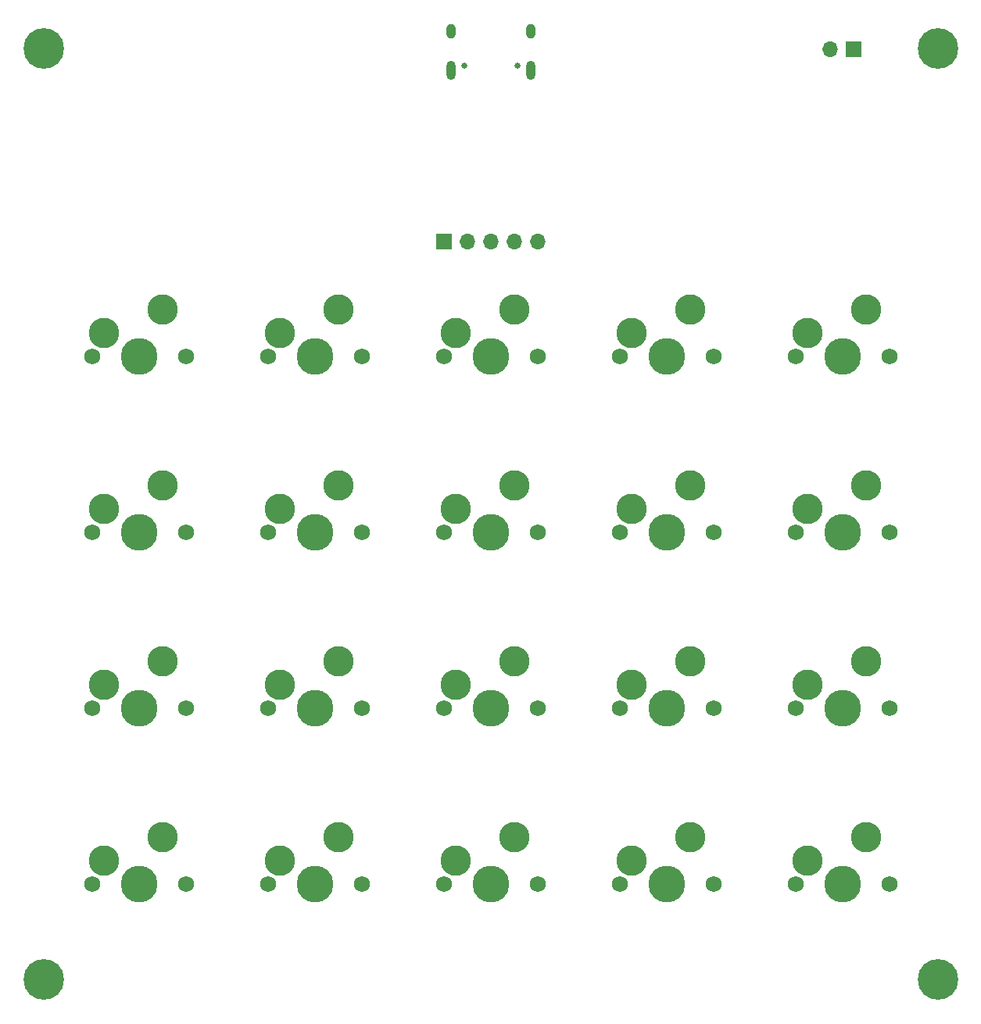
<source format=gbr>
%TF.GenerationSoftware,KiCad,Pcbnew,(6.0.7)*%
%TF.CreationDate,2022-10-27T14:14:10-04:00*%
%TF.ProjectId,BlueTeamPad,426c7565-5465-4616-9d50-61642e6b6963,rev?*%
%TF.SameCoordinates,Original*%
%TF.FileFunction,Soldermask,Top*%
%TF.FilePolarity,Negative*%
%FSLAX46Y46*%
G04 Gerber Fmt 4.6, Leading zero omitted, Abs format (unit mm)*
G04 Created by KiCad (PCBNEW (6.0.7)) date 2022-10-27 14:14:10*
%MOMM*%
%LPD*%
G01*
G04 APERTURE LIST*
%ADD10C,4.400000*%
%ADD11C,3.987800*%
%ADD12C,1.750000*%
%ADD13C,3.300000*%
%ADD14R,1.700000X1.700000*%
%ADD15O,1.700000X1.700000*%
%ADD16C,0.650000*%
%ADD17O,1.000000X1.600000*%
%ADD18O,1.000000X2.100000*%
G04 APERTURE END LIST*
D10*
%TO.C,H2*%
X151606250Y-55562500D03*
%TD*%
%TO.C,H1*%
X54768750Y-55562500D03*
%TD*%
%TO.C,H3*%
X54768750Y-156368750D03*
%TD*%
%TO.C,H4*%
X151606250Y-156368750D03*
%TD*%
D11*
%TO.C,SW20*%
X84137500Y-146050000D03*
D12*
X79057500Y-146050000D03*
X89217500Y-146050000D03*
D13*
X80327500Y-143510000D03*
X86677500Y-140970000D03*
%TD*%
D12*
%TO.C,SW5*%
X79057500Y-88900000D03*
X89217500Y-88900000D03*
D11*
X84137500Y-88900000D03*
D13*
X80327500Y-86360000D03*
X86677500Y-83820000D03*
%TD*%
D14*
%TO.C,SW1*%
X142494000Y-55626000D03*
D15*
X139954000Y-55626000D03*
%TD*%
D12*
%TO.C,SW6*%
X98107500Y-88900000D03*
X108267500Y-88900000D03*
D11*
X103187500Y-88900000D03*
D13*
X99377500Y-86360000D03*
X105727500Y-83820000D03*
%TD*%
D12*
%TO.C,SW21*%
X98107500Y-146050000D03*
X108267500Y-146050000D03*
D11*
X103187500Y-146050000D03*
D13*
X99377500Y-143510000D03*
X105727500Y-140970000D03*
%TD*%
D11*
%TO.C,SW22*%
X122237500Y-146050000D03*
D12*
X117157500Y-146050000D03*
X127317500Y-146050000D03*
D13*
X118427500Y-143510000D03*
X124777500Y-140970000D03*
%TD*%
D11*
%TO.C,SW13*%
X141287500Y-107950000D03*
D12*
X146367500Y-107950000D03*
X136207500Y-107950000D03*
D13*
X137477500Y-105410000D03*
X143827500Y-102870000D03*
%TD*%
D12*
%TO.C,SW18*%
X146367500Y-127000000D03*
D11*
X141287500Y-127000000D03*
D12*
X136207500Y-127000000D03*
D13*
X137477500Y-124460000D03*
X143827500Y-121920000D03*
%TD*%
D12*
%TO.C,SW16*%
X108267500Y-127000000D03*
X98107500Y-127000000D03*
D11*
X103187500Y-127000000D03*
D13*
X99377500Y-124460000D03*
X105727500Y-121920000D03*
%TD*%
D12*
%TO.C,SW11*%
X98107500Y-107950000D03*
X108267500Y-107950000D03*
D11*
X103187500Y-107950000D03*
D13*
X99377500Y-105410000D03*
X105727500Y-102870000D03*
%TD*%
D12*
%TO.C,SW12*%
X127317500Y-107950000D03*
D11*
X122237500Y-107950000D03*
D12*
X117157500Y-107950000D03*
D13*
X118427500Y-105410000D03*
X124777500Y-102870000D03*
%TD*%
D11*
%TO.C,SW9*%
X65087500Y-107950000D03*
D12*
X70167500Y-107950000D03*
X60007500Y-107950000D03*
D13*
X61277500Y-105410000D03*
X67627500Y-102870000D03*
%TD*%
D11*
%TO.C,SW10*%
X84137500Y-107950000D03*
D12*
X79057500Y-107950000D03*
X89217500Y-107950000D03*
D13*
X80327500Y-105410000D03*
X86677500Y-102870000D03*
%TD*%
D12*
%TO.C,SW7*%
X127317500Y-88900000D03*
D11*
X122237500Y-88900000D03*
D12*
X117157500Y-88900000D03*
D13*
X118427500Y-86360000D03*
X124777500Y-83820000D03*
%TD*%
D11*
%TO.C,SW15*%
X84137500Y-127000000D03*
D12*
X89217500Y-127000000D03*
X79057500Y-127000000D03*
D13*
X80327500Y-124460000D03*
X86677500Y-121920000D03*
%TD*%
D16*
%TO.C,J1*%
X100297500Y-57368750D03*
X106077500Y-57368750D03*
D17*
X107507500Y-53718750D03*
D18*
X98867500Y-57898750D03*
D17*
X98867500Y-53718750D03*
D18*
X107507500Y-57898750D03*
%TD*%
D12*
%TO.C,SW4*%
X70167500Y-88900000D03*
X60007500Y-88900000D03*
D11*
X65087500Y-88900000D03*
D13*
X61277500Y-86360000D03*
X67627500Y-83820000D03*
%TD*%
D11*
%TO.C,SW8*%
X141287500Y-88900000D03*
D12*
X146367500Y-88900000D03*
X136207500Y-88900000D03*
D13*
X137477500Y-86360000D03*
X143827500Y-83820000D03*
%TD*%
D12*
%TO.C,SW23*%
X136207500Y-146050000D03*
D11*
X141287500Y-146050000D03*
D12*
X146367500Y-146050000D03*
D13*
X137477500Y-143510000D03*
X143827500Y-140970000D03*
%TD*%
D14*
%TO.C,J2*%
X98150000Y-76425000D03*
D15*
X100690000Y-76425000D03*
X103230000Y-76425000D03*
X105770000Y-76425000D03*
X108310000Y-76425000D03*
%TD*%
D12*
%TO.C,SW19*%
X70167500Y-146050000D03*
D11*
X65087500Y-146050000D03*
D12*
X60007500Y-146050000D03*
D13*
X61277500Y-143510000D03*
X67627500Y-140970000D03*
%TD*%
D12*
%TO.C,SW14*%
X60007500Y-127000000D03*
X70167500Y-127000000D03*
D11*
X65087500Y-127000000D03*
D13*
X61277500Y-124460000D03*
X67627500Y-121920000D03*
%TD*%
D11*
%TO.C,SW17*%
X122237500Y-127000000D03*
D12*
X117157500Y-127000000D03*
X127317500Y-127000000D03*
D13*
X118427500Y-124460000D03*
X124777500Y-121920000D03*
%TD*%
M02*

</source>
